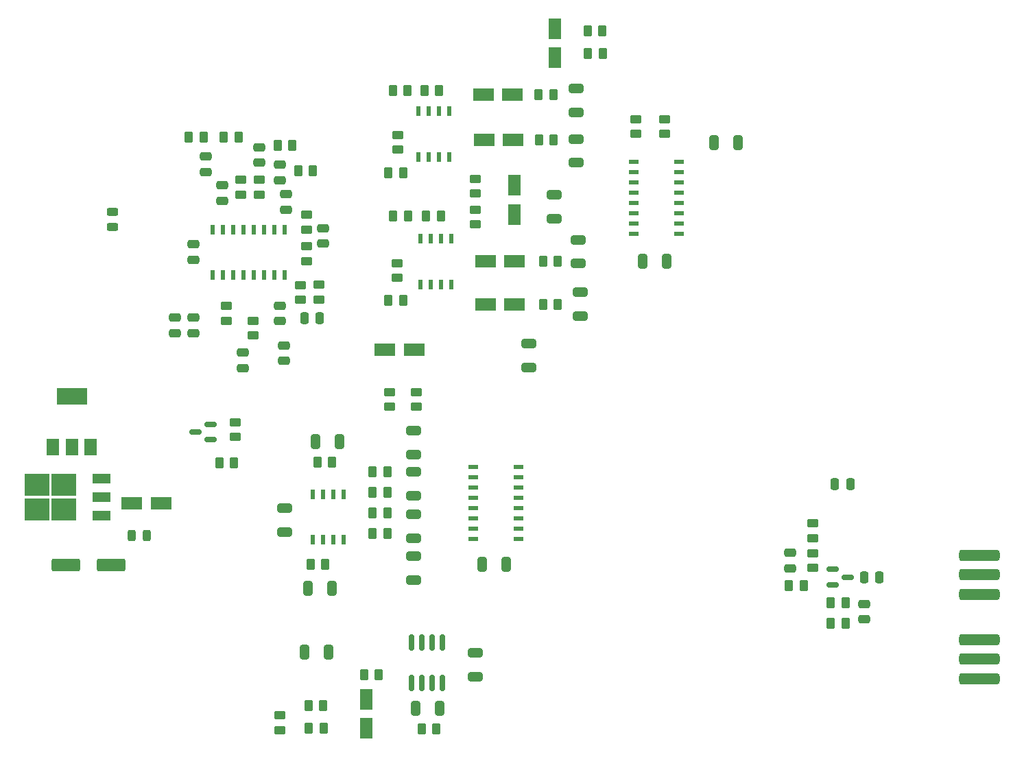
<source format=gtp>
G04 #@! TF.GenerationSoftware,KiCad,Pcbnew,6.0.11-2627ca5db0~126~ubuntu20.04.1*
G04 #@! TF.CreationDate,2023-06-25T12:50:40-04:00*
G04 #@! TF.ProjectId,SDR-Transceiver,5344522d-5472-4616-9e73-636569766572,rev?*
G04 #@! TF.SameCoordinates,Original*
G04 #@! TF.FileFunction,Paste,Top*
G04 #@! TF.FilePolarity,Positive*
%FSLAX46Y46*%
G04 Gerber Fmt 4.6, Leading zero omitted, Abs format (unit mm)*
G04 Created by KiCad (PCBNEW 6.0.11-2627ca5db0~126~ubuntu20.04.1) date 2023-06-25 12:50:40*
%MOMM*%
%LPD*%
G01*
G04 APERTURE LIST*
G04 Aperture macros list*
%AMRoundRect*
0 Rectangle with rounded corners*
0 $1 Rounding radius*
0 $2 $3 $4 $5 $6 $7 $8 $9 X,Y pos of 4 corners*
0 Add a 4 corners polygon primitive as box body*
4,1,4,$2,$3,$4,$5,$6,$7,$8,$9,$2,$3,0*
0 Add four circle primitives for the rounded corners*
1,1,$1+$1,$2,$3*
1,1,$1+$1,$4,$5*
1,1,$1+$1,$6,$7*
1,1,$1+$1,$8,$9*
0 Add four rect primitives between the rounded corners*
20,1,$1+$1,$2,$3,$4,$5,0*
20,1,$1+$1,$4,$5,$6,$7,0*
20,1,$1+$1,$6,$7,$8,$9,0*
20,1,$1+$1,$8,$9,$2,$3,0*%
G04 Aperture macros list end*
%ADD10RoundRect,0.250000X0.450000X-0.262500X0.450000X0.262500X-0.450000X0.262500X-0.450000X-0.262500X0*%
%ADD11RoundRect,0.250000X-0.650000X0.325000X-0.650000X-0.325000X0.650000X-0.325000X0.650000X0.325000X0*%
%ADD12RoundRect,0.250000X0.650000X-0.325000X0.650000X0.325000X-0.650000X0.325000X-0.650000X-0.325000X0*%
%ADD13R,0.600000X1.200000*%
%ADD14R,1.200000X0.600000*%
%ADD15RoundRect,0.250000X-0.262500X-0.450000X0.262500X-0.450000X0.262500X0.450000X-0.262500X0.450000X0*%
%ADD16RoundRect,0.250000X0.262500X0.450000X-0.262500X0.450000X-0.262500X-0.450000X0.262500X-0.450000X0*%
%ADD17RoundRect,0.250000X0.550000X-1.050000X0.550000X1.050000X-0.550000X1.050000X-0.550000X-1.050000X0*%
%ADD18RoundRect,0.250000X-1.050000X-0.550000X1.050000X-0.550000X1.050000X0.550000X-1.050000X0.550000X0*%
%ADD19RoundRect,0.350000X-2.150000X-0.350000X2.150000X-0.350000X2.150000X0.350000X-2.150000X0.350000X0*%
%ADD20RoundRect,0.250000X-0.475000X0.250000X-0.475000X-0.250000X0.475000X-0.250000X0.475000X0.250000X0*%
%ADD21RoundRect,0.250000X-0.450000X0.262500X-0.450000X-0.262500X0.450000X-0.262500X0.450000X0.262500X0*%
%ADD22RoundRect,0.250000X0.325000X0.650000X-0.325000X0.650000X-0.325000X-0.650000X0.325000X-0.650000X0*%
%ADD23RoundRect,0.250000X1.500000X0.550000X-1.500000X0.550000X-1.500000X-0.550000X1.500000X-0.550000X0*%
%ADD24RoundRect,0.250000X0.475000X-0.250000X0.475000X0.250000X-0.475000X0.250000X-0.475000X-0.250000X0*%
%ADD25RoundRect,0.250000X-0.250000X-0.475000X0.250000X-0.475000X0.250000X0.475000X-0.250000X0.475000X0*%
%ADD26RoundRect,0.150000X0.587500X0.150000X-0.587500X0.150000X-0.587500X-0.150000X0.587500X-0.150000X0*%
%ADD27R,3.050000X2.750000*%
%ADD28R,2.200000X1.200000*%
%ADD29RoundRect,0.250000X-0.550000X1.050000X-0.550000X-1.050000X0.550000X-1.050000X0.550000X1.050000X0*%
%ADD30RoundRect,0.150000X-0.587500X-0.150000X0.587500X-0.150000X0.587500X0.150000X-0.587500X0.150000X0*%
%ADD31RoundRect,0.243750X-0.243750X-0.456250X0.243750X-0.456250X0.243750X0.456250X-0.243750X0.456250X0*%
%ADD32RoundRect,0.250000X-0.325000X-0.650000X0.325000X-0.650000X0.325000X0.650000X-0.325000X0.650000X0*%
%ADD33R,1.500000X2.000000*%
%ADD34R,3.800000X2.000000*%
%ADD35RoundRect,0.150000X-0.150000X0.825000X-0.150000X-0.825000X0.150000X-0.825000X0.150000X0.825000X0*%
%ADD36RoundRect,0.250000X0.250000X0.475000X-0.250000X0.475000X-0.250000X-0.475000X0.250000X-0.475000X0*%
%ADD37RoundRect,0.243750X-0.456250X0.243750X-0.456250X-0.243750X0.456250X-0.243750X0.456250X0.243750X0*%
G04 APERTURE END LIST*
D10*
X176149000Y-63420000D03*
X176149000Y-61595000D03*
D11*
X165227000Y-57832000D03*
X165227000Y-60782000D03*
D12*
X165227000Y-66976000D03*
X165227000Y-64026000D03*
D13*
X132693993Y-113535314D03*
X133963993Y-113535314D03*
X135233993Y-113535314D03*
X136503993Y-113535314D03*
X136503993Y-107935314D03*
X135233993Y-107935314D03*
X133963993Y-107935314D03*
X132693993Y-107935314D03*
D10*
X122047000Y-86487000D03*
X122047000Y-84662000D03*
D14*
X158127000Y-113411000D03*
X158127000Y-112141000D03*
X158127000Y-110871000D03*
X158127000Y-109601000D03*
X158127000Y-108331000D03*
X158127000Y-107061000D03*
X158127000Y-105791000D03*
X158127000Y-104521000D03*
X152527000Y-104521000D03*
X152527000Y-105791000D03*
X152527000Y-107061000D03*
X152527000Y-108331000D03*
X152527000Y-109601000D03*
X152527000Y-110871000D03*
X152527000Y-112141000D03*
X152527000Y-113411000D03*
D15*
X146177000Y-136909000D03*
X148002000Y-136909000D03*
D16*
X134262000Y-116576594D03*
X132437000Y-116576594D03*
D10*
X172593000Y-63420000D03*
X172593000Y-61595000D03*
D17*
X139319000Y-136823000D03*
X139319000Y-133223000D03*
D16*
X123000000Y-104000000D03*
X121175000Y-104000000D03*
D18*
X110400000Y-109000000D03*
X114000000Y-109000000D03*
D15*
X166704000Y-53514000D03*
X168529000Y-53514000D03*
D16*
X198503800Y-121305500D03*
X196678800Y-121305500D03*
D15*
X142074500Y-83994000D03*
X143899500Y-83994000D03*
D19*
X215028780Y-128262380D03*
X215011000Y-125841760D03*
X215028780Y-130683000D03*
D12*
X152781000Y-130429000D03*
X152781000Y-127479000D03*
D20*
X119507000Y-66187000D03*
X119507000Y-68087000D03*
D16*
X141962000Y-105146594D03*
X140137000Y-105146594D03*
D21*
X142211000Y-95281000D03*
X142211000Y-97106000D03*
D10*
X143129000Y-81200000D03*
X143129000Y-79375000D03*
D22*
X135102000Y-119535314D03*
X132152000Y-119535314D03*
D12*
X145137000Y-108096594D03*
X145137000Y-105146594D03*
D10*
X194439800Y-113299500D03*
X194439800Y-111474500D03*
X145513000Y-97106000D03*
X145513000Y-95281000D03*
D15*
X139065000Y-130175000D03*
X140890000Y-130175000D03*
D20*
X129413000Y-70876500D03*
X129413000Y-72776500D03*
D21*
X152781000Y-72771000D03*
X152781000Y-74596000D03*
D11*
X165481000Y-76472000D03*
X165481000Y-79422000D03*
D16*
X148336000Y-58086000D03*
X146511000Y-58086000D03*
X193320300Y-119141500D03*
X191495300Y-119141500D03*
X134032000Y-133985000D03*
X132207000Y-133985000D03*
X148568798Y-73554000D03*
X146743798Y-73554000D03*
D10*
X131953000Y-75199000D03*
X131953000Y-73374000D03*
D15*
X161154500Y-84502000D03*
X162979500Y-84502000D03*
D20*
X121539000Y-69743000D03*
X121539000Y-71643000D03*
D21*
X126111000Y-69056000D03*
X126111000Y-70881000D03*
D10*
X143256000Y-65348500D03*
X143256000Y-63523500D03*
D23*
X107863000Y-116625000D03*
X102263000Y-116625000D03*
D15*
X142066000Y-68246000D03*
X143891000Y-68246000D03*
D16*
X135124064Y-103966594D03*
X133299064Y-103966594D03*
D15*
X132239000Y-136779000D03*
X134064000Y-136779000D03*
D10*
X133477000Y-83843500D03*
X133477000Y-82018500D03*
D20*
X128651000Y-67203000D03*
X128651000Y-69103000D03*
D22*
X176403000Y-79168000D03*
X173453000Y-79168000D03*
X148365000Y-134369000D03*
X145415000Y-134369000D03*
X136045759Y-101426594D03*
X133095759Y-101426594D03*
D13*
X146051298Y-81974000D03*
X147321298Y-81974000D03*
X148591298Y-81974000D03*
X149861298Y-81974000D03*
X149861298Y-76374000D03*
X148591298Y-76374000D03*
X147321298Y-76374000D03*
X146051298Y-76374000D03*
D11*
X145137000Y-100066594D03*
X145137000Y-103016594D03*
D12*
X129262000Y-112541594D03*
X129262000Y-109591594D03*
D20*
X118000000Y-77043000D03*
X118000000Y-78943000D03*
D16*
X141962000Y-107686594D03*
X140137000Y-107686594D03*
D11*
X145137000Y-110375342D03*
X145137000Y-113325342D03*
D24*
X115697000Y-88000000D03*
X115697000Y-86100000D03*
D10*
X131191000Y-83882000D03*
X131191000Y-82057000D03*
D15*
X160655000Y-64182000D03*
X162480000Y-64182000D03*
D25*
X200789800Y-118125500D03*
X202689800Y-118125500D03*
D15*
X160608000Y-58594000D03*
X162433000Y-58594000D03*
D19*
X215028780Y-117848380D03*
X215028780Y-120269000D03*
X215011000Y-115427760D03*
D26*
X120145000Y-101188000D03*
X120145000Y-99288000D03*
X118270000Y-100238000D03*
D21*
X123175000Y-99000000D03*
X123175000Y-100825000D03*
D17*
X157607000Y-73370000D03*
X157607000Y-69770000D03*
D15*
X166657000Y-50720000D03*
X168482000Y-50720000D03*
D13*
X120397298Y-80823000D03*
X121667298Y-80823000D03*
X122937298Y-80823000D03*
X124207298Y-80823000D03*
X125477298Y-80823000D03*
X126747298Y-80823000D03*
X128017298Y-80823000D03*
X129287298Y-80823000D03*
X129287298Y-75223000D03*
X128017298Y-75223000D03*
X126747298Y-75223000D03*
X125477298Y-75223000D03*
X124207298Y-75223000D03*
X122937298Y-75223000D03*
X121667298Y-75223000D03*
X120397298Y-75223000D03*
D27*
X98659000Y-109769000D03*
X102009000Y-109769000D03*
X98659000Y-106719000D03*
X102009000Y-106719000D03*
D28*
X106634000Y-110524000D03*
X106634000Y-108244000D03*
X106634000Y-105964000D03*
D29*
X162640000Y-50422000D03*
X162640000Y-54022000D03*
D20*
X134000000Y-75050000D03*
X134000000Y-76950000D03*
D15*
X130937000Y-67965000D03*
X132762000Y-67965000D03*
D22*
X156567000Y-116576594D03*
X153617000Y-116576594D03*
D18*
X153889000Y-64182000D03*
X157489000Y-64182000D03*
D22*
X185183748Y-64495000D03*
X182233748Y-64495000D03*
D24*
X126111000Y-66939000D03*
X126111000Y-65039000D03*
D13*
X145796000Y-66226000D03*
X147066000Y-66226000D03*
X148336000Y-66226000D03*
X149606000Y-66226000D03*
X149606000Y-60626000D03*
X148336000Y-60626000D03*
X147066000Y-60626000D03*
X145796000Y-60626000D03*
D30*
X196882800Y-117175500D03*
X196882800Y-119075500D03*
X198757800Y-118125500D03*
D11*
X159385000Y-89330000D03*
X159385000Y-92280000D03*
D24*
X128651000Y-86497000D03*
X128651000Y-84597000D03*
D31*
X110400000Y-112968000D03*
X112275000Y-112968000D03*
D25*
X197170000Y-106680000D03*
X199070000Y-106680000D03*
D15*
X161163000Y-79168000D03*
X162988000Y-79168000D03*
X128397000Y-64785000D03*
X130222000Y-64785000D03*
D32*
X131699000Y-127381000D03*
X134649000Y-127381000D03*
D12*
X145137000Y-118481594D03*
X145137000Y-115531594D03*
D33*
X100677000Y-102097000D03*
X102977000Y-102097000D03*
D34*
X102977000Y-95797000D03*
D33*
X105277000Y-102097000D03*
D12*
X165735000Y-85928000D03*
X165735000Y-82978000D03*
D11*
X162560000Y-70915000D03*
X162560000Y-73865000D03*
D35*
X148717000Y-126241000D03*
X147447000Y-126241000D03*
X146177000Y-126241000D03*
X144907000Y-126241000D03*
X144907000Y-131191000D03*
X146177000Y-131191000D03*
X147447000Y-131191000D03*
X148717000Y-131191000D03*
D18*
X141659000Y-90043000D03*
X145259000Y-90043000D03*
D10*
X132000000Y-79121000D03*
X132000000Y-77296000D03*
D18*
X154051000Y-84502000D03*
X157651000Y-84502000D03*
D24*
X191645800Y-117043500D03*
X191645800Y-115143500D03*
D21*
X123825000Y-69056000D03*
X123825000Y-70881000D03*
D16*
X141962000Y-110226594D03*
X140137000Y-110226594D03*
D24*
X117983000Y-88000000D03*
X117983000Y-86100000D03*
D16*
X123571000Y-63769000D03*
X121746000Y-63769000D03*
D14*
X177963000Y-75737702D03*
X177963000Y-74467702D03*
X177963000Y-73197702D03*
X177963000Y-71927702D03*
X177963000Y-70657702D03*
X177963000Y-69387702D03*
X177963000Y-68117702D03*
X177963000Y-66847702D03*
X172363000Y-66847702D03*
X172363000Y-68117702D03*
X172363000Y-69387702D03*
X172363000Y-70657702D03*
X172363000Y-71927702D03*
X172363000Y-73197702D03*
X172363000Y-74467702D03*
X172363000Y-75737702D03*
D36*
X133599000Y-86121000D03*
X131699000Y-86121000D03*
D16*
X141962000Y-112766594D03*
X140137000Y-112766594D03*
D10*
X125349000Y-88312000D03*
X125349000Y-86487000D03*
D24*
X129159000Y-91435000D03*
X129159000Y-89535000D03*
D21*
X128651000Y-135208000D03*
X128651000Y-137033000D03*
D16*
X119253000Y-63769000D03*
X117428000Y-63769000D03*
D21*
X152781000Y-68961000D03*
X152781000Y-70786000D03*
D24*
X124079000Y-92329000D03*
X124079000Y-90429000D03*
D16*
X198503800Y-123845500D03*
X196678800Y-123845500D03*
D15*
X142621000Y-58086000D03*
X144446000Y-58086000D03*
D24*
X200789800Y-123327500D03*
X200789800Y-121427500D03*
D18*
X154051000Y-79168000D03*
X157651000Y-79168000D03*
D37*
X108000000Y-73000000D03*
X108000000Y-74875000D03*
D18*
X153775000Y-58594000D03*
X157375000Y-58594000D03*
D10*
X194439800Y-117006000D03*
X194439800Y-115181000D03*
D15*
X142670000Y-73554000D03*
X144495000Y-73554000D03*
M02*

</source>
